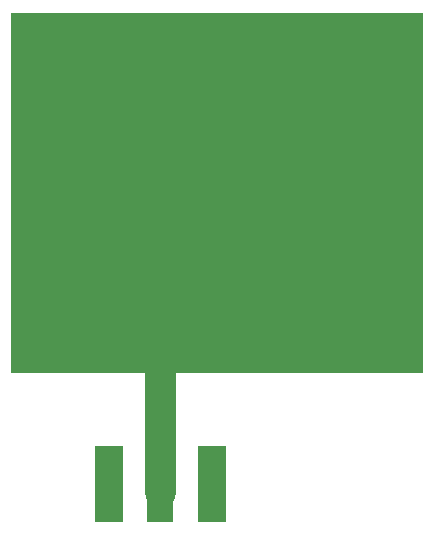
<source format=gbr>
G04 #@! TF.FileFunction,Copper,L1,Top,Signal*
%FSLAX46Y46*%
G04 Gerber Fmt 4.6, Leading zero omitted, Abs format (unit mm)*
G04 Created by KiCad (PCBNEW 4.0.5) date 03/15/17 15:42:36*
%MOMM*%
%LPD*%
G01*
G04 APERTURE LIST*
%ADD10C,0.025400*%
%ADD11R,34.925000X30.480000*%
%ADD12R,2.641600X4.127500*%
%ADD13R,2.290000X5.080000*%
%ADD14R,2.420000X6.480000*%
%ADD15C,0.970000*%
%ADD16C,2.641600*%
G04 APERTURE END LIST*
D10*
D11*
X21590000Y28003500D03*
D12*
X16827500Y10699750D03*
D13*
X16827500Y2661500D03*
D14*
X12447500Y3361500D03*
X21207500Y3361500D03*
D15*
X12447500Y6101500D03*
X21207500Y6101500D03*
D16*
X16827500Y10699750D02*
X16827500Y23241000D01*
X16827500Y23241000D02*
X21590000Y28003500D01*
X16827500Y2661500D02*
X16827500Y10699750D01*
M02*

</source>
